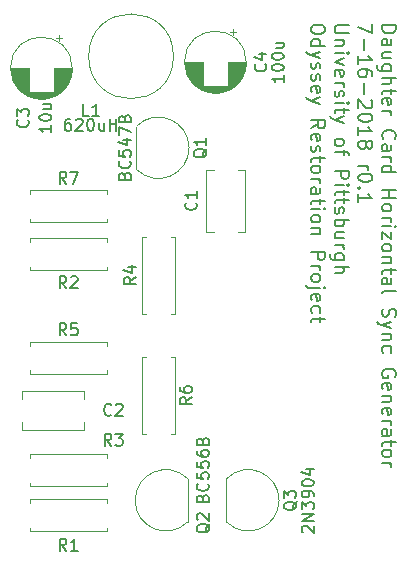
<source format=gbr>
G04 #@! TF.GenerationSoftware,KiCad,Pcbnew,(2017-12-21 revision 23d71cfa9)-makepkg*
G04 #@! TF.CreationDate,2018-07-16T19:44:21-04:00*
G04 #@! TF.ProjectId,OdysseyDaughterCardHorizSyncGenerator,4F647973736579446175676874657243,0.1*
G04 #@! TF.SameCoordinates,Original*
G04 #@! TF.FileFunction,Legend,Top*
G04 #@! TF.FilePolarity,Positive*
%FSLAX46Y46*%
G04 Gerber Fmt 4.6, Leading zero omitted, Abs format (unit mm)*
G04 Created by KiCad (PCBNEW (2017-12-21 revision 23d71cfa9)-makepkg) date 07/16/18 19:44:21*
%MOMM*%
%LPD*%
G01*
G04 APERTURE LIST*
%ADD10C,0.200000*%
%ADD11C,0.120000*%
%ADD12C,0.150000*%
G04 APERTURE END LIST*
D10*
X167512142Y-79155714D02*
X168712142Y-79155714D01*
X168712142Y-79441428D01*
X168655000Y-79612857D01*
X168540714Y-79727142D01*
X168426428Y-79784285D01*
X168197857Y-79841428D01*
X168026428Y-79841428D01*
X167797857Y-79784285D01*
X167683571Y-79727142D01*
X167569285Y-79612857D01*
X167512142Y-79441428D01*
X167512142Y-79155714D01*
X167512142Y-80870000D02*
X168140714Y-80870000D01*
X168255000Y-80812857D01*
X168312142Y-80698571D01*
X168312142Y-80470000D01*
X168255000Y-80355714D01*
X167569285Y-80870000D02*
X167512142Y-80755714D01*
X167512142Y-80470000D01*
X167569285Y-80355714D01*
X167683571Y-80298571D01*
X167797857Y-80298571D01*
X167912142Y-80355714D01*
X167969285Y-80470000D01*
X167969285Y-80755714D01*
X168026428Y-80870000D01*
X168312142Y-81955714D02*
X167512142Y-81955714D01*
X168312142Y-81441428D02*
X167683571Y-81441428D01*
X167569285Y-81498571D01*
X167512142Y-81612857D01*
X167512142Y-81784285D01*
X167569285Y-81898571D01*
X167626428Y-81955714D01*
X168312142Y-83041428D02*
X167340714Y-83041428D01*
X167226428Y-82984285D01*
X167169285Y-82927142D01*
X167112142Y-82812857D01*
X167112142Y-82641428D01*
X167169285Y-82527142D01*
X167569285Y-83041428D02*
X167512142Y-82927142D01*
X167512142Y-82698571D01*
X167569285Y-82584285D01*
X167626428Y-82527142D01*
X167740714Y-82470000D01*
X168083571Y-82470000D01*
X168197857Y-82527142D01*
X168255000Y-82584285D01*
X168312142Y-82698571D01*
X168312142Y-82927142D01*
X168255000Y-83041428D01*
X167512142Y-83612857D02*
X168712142Y-83612857D01*
X167512142Y-84127142D02*
X168140714Y-84127142D01*
X168255000Y-84070000D01*
X168312142Y-83955714D01*
X168312142Y-83784285D01*
X168255000Y-83670000D01*
X168197857Y-83612857D01*
X168312142Y-84527142D02*
X168312142Y-84984285D01*
X168712142Y-84698571D02*
X167683571Y-84698571D01*
X167569285Y-84755714D01*
X167512142Y-84870000D01*
X167512142Y-84984285D01*
X167569285Y-85841428D02*
X167512142Y-85727142D01*
X167512142Y-85498571D01*
X167569285Y-85384285D01*
X167683571Y-85327142D01*
X168140714Y-85327142D01*
X168255000Y-85384285D01*
X168312142Y-85498571D01*
X168312142Y-85727142D01*
X168255000Y-85841428D01*
X168140714Y-85898571D01*
X168026428Y-85898571D01*
X167912142Y-85327142D01*
X167512142Y-86412857D02*
X168312142Y-86412857D01*
X168083571Y-86412857D02*
X168197857Y-86470000D01*
X168255000Y-86527142D01*
X168312142Y-86641428D01*
X168312142Y-86755714D01*
X167626428Y-88755714D02*
X167569285Y-88698571D01*
X167512142Y-88527142D01*
X167512142Y-88412857D01*
X167569285Y-88241428D01*
X167683571Y-88127142D01*
X167797857Y-88070000D01*
X168026428Y-88012857D01*
X168197857Y-88012857D01*
X168426428Y-88070000D01*
X168540714Y-88127142D01*
X168655000Y-88241428D01*
X168712142Y-88412857D01*
X168712142Y-88527142D01*
X168655000Y-88698571D01*
X168597857Y-88755714D01*
X167512142Y-89784285D02*
X168140714Y-89784285D01*
X168255000Y-89727142D01*
X168312142Y-89612857D01*
X168312142Y-89384285D01*
X168255000Y-89270000D01*
X167569285Y-89784285D02*
X167512142Y-89670000D01*
X167512142Y-89384285D01*
X167569285Y-89270000D01*
X167683571Y-89212857D01*
X167797857Y-89212857D01*
X167912142Y-89270000D01*
X167969285Y-89384285D01*
X167969285Y-89670000D01*
X168026428Y-89784285D01*
X167512142Y-90355714D02*
X168312142Y-90355714D01*
X168083571Y-90355714D02*
X168197857Y-90412857D01*
X168255000Y-90470000D01*
X168312142Y-90584285D01*
X168312142Y-90698571D01*
X167512142Y-91612857D02*
X168712142Y-91612857D01*
X167569285Y-91612857D02*
X167512142Y-91498571D01*
X167512142Y-91270000D01*
X167569285Y-91155714D01*
X167626428Y-91098571D01*
X167740714Y-91041428D01*
X168083571Y-91041428D01*
X168197857Y-91098571D01*
X168255000Y-91155714D01*
X168312142Y-91270000D01*
X168312142Y-91498571D01*
X168255000Y-91612857D01*
X167512142Y-93098571D02*
X168712142Y-93098571D01*
X168140714Y-93098571D02*
X168140714Y-93784285D01*
X167512142Y-93784285D02*
X168712142Y-93784285D01*
X167512142Y-94527142D02*
X167569285Y-94412857D01*
X167626428Y-94355714D01*
X167740714Y-94298571D01*
X168083571Y-94298571D01*
X168197857Y-94355714D01*
X168255000Y-94412857D01*
X168312142Y-94527142D01*
X168312142Y-94698571D01*
X168255000Y-94812857D01*
X168197857Y-94870000D01*
X168083571Y-94927142D01*
X167740714Y-94927142D01*
X167626428Y-94870000D01*
X167569285Y-94812857D01*
X167512142Y-94698571D01*
X167512142Y-94527142D01*
X167512142Y-95441428D02*
X168312142Y-95441428D01*
X168083571Y-95441428D02*
X168197857Y-95498571D01*
X168255000Y-95555714D01*
X168312142Y-95670000D01*
X168312142Y-95784285D01*
X167512142Y-96184285D02*
X168312142Y-96184285D01*
X168712142Y-96184285D02*
X168655000Y-96127142D01*
X168597857Y-96184285D01*
X168655000Y-96241428D01*
X168712142Y-96184285D01*
X168597857Y-96184285D01*
X168312142Y-96641428D02*
X168312142Y-97270000D01*
X167512142Y-96641428D01*
X167512142Y-97270000D01*
X167512142Y-97898571D02*
X167569285Y-97784285D01*
X167626428Y-97727142D01*
X167740714Y-97670000D01*
X168083571Y-97670000D01*
X168197857Y-97727142D01*
X168255000Y-97784285D01*
X168312142Y-97898571D01*
X168312142Y-98070000D01*
X168255000Y-98184285D01*
X168197857Y-98241428D01*
X168083571Y-98298571D01*
X167740714Y-98298571D01*
X167626428Y-98241428D01*
X167569285Y-98184285D01*
X167512142Y-98070000D01*
X167512142Y-97898571D01*
X168312142Y-98812857D02*
X167512142Y-98812857D01*
X168197857Y-98812857D02*
X168255000Y-98870000D01*
X168312142Y-98984285D01*
X168312142Y-99155714D01*
X168255000Y-99270000D01*
X168140714Y-99327142D01*
X167512142Y-99327142D01*
X168312142Y-99727142D02*
X168312142Y-100184285D01*
X168712142Y-99898571D02*
X167683571Y-99898571D01*
X167569285Y-99955714D01*
X167512142Y-100070000D01*
X167512142Y-100184285D01*
X167512142Y-101098571D02*
X168140714Y-101098571D01*
X168255000Y-101041428D01*
X168312142Y-100927142D01*
X168312142Y-100698571D01*
X168255000Y-100584285D01*
X167569285Y-101098571D02*
X167512142Y-100984285D01*
X167512142Y-100698571D01*
X167569285Y-100584285D01*
X167683571Y-100527142D01*
X167797857Y-100527142D01*
X167912142Y-100584285D01*
X167969285Y-100698571D01*
X167969285Y-100984285D01*
X168026428Y-101098571D01*
X167512142Y-101841428D02*
X167569285Y-101727142D01*
X167683571Y-101670000D01*
X168712142Y-101670000D01*
X167569285Y-103155714D02*
X167512142Y-103327142D01*
X167512142Y-103612857D01*
X167569285Y-103727142D01*
X167626428Y-103784285D01*
X167740714Y-103841428D01*
X167855000Y-103841428D01*
X167969285Y-103784285D01*
X168026428Y-103727142D01*
X168083571Y-103612857D01*
X168140714Y-103384285D01*
X168197857Y-103270000D01*
X168255000Y-103212857D01*
X168369285Y-103155714D01*
X168483571Y-103155714D01*
X168597857Y-103212857D01*
X168655000Y-103270000D01*
X168712142Y-103384285D01*
X168712142Y-103670000D01*
X168655000Y-103841428D01*
X168312142Y-104241428D02*
X167512142Y-104527142D01*
X168312142Y-104812857D02*
X167512142Y-104527142D01*
X167226428Y-104412857D01*
X167169285Y-104355714D01*
X167112142Y-104241428D01*
X168312142Y-105270000D02*
X167512142Y-105270000D01*
X168197857Y-105270000D02*
X168255000Y-105327142D01*
X168312142Y-105441428D01*
X168312142Y-105612857D01*
X168255000Y-105727142D01*
X168140714Y-105784285D01*
X167512142Y-105784285D01*
X167569285Y-106870000D02*
X167512142Y-106755714D01*
X167512142Y-106527142D01*
X167569285Y-106412857D01*
X167626428Y-106355714D01*
X167740714Y-106298571D01*
X168083571Y-106298571D01*
X168197857Y-106355714D01*
X168255000Y-106412857D01*
X168312142Y-106527142D01*
X168312142Y-106755714D01*
X168255000Y-106870000D01*
X168655000Y-108927142D02*
X168712142Y-108812857D01*
X168712142Y-108641428D01*
X168655000Y-108470000D01*
X168540714Y-108355714D01*
X168426428Y-108298571D01*
X168197857Y-108241428D01*
X168026428Y-108241428D01*
X167797857Y-108298571D01*
X167683571Y-108355714D01*
X167569285Y-108470000D01*
X167512142Y-108641428D01*
X167512142Y-108755714D01*
X167569285Y-108927142D01*
X167626428Y-108984285D01*
X168026428Y-108984285D01*
X168026428Y-108755714D01*
X167569285Y-109955714D02*
X167512142Y-109841428D01*
X167512142Y-109612857D01*
X167569285Y-109498571D01*
X167683571Y-109441428D01*
X168140714Y-109441428D01*
X168255000Y-109498571D01*
X168312142Y-109612857D01*
X168312142Y-109841428D01*
X168255000Y-109955714D01*
X168140714Y-110012857D01*
X168026428Y-110012857D01*
X167912142Y-109441428D01*
X168312142Y-110527142D02*
X167512142Y-110527142D01*
X168197857Y-110527142D02*
X168255000Y-110584285D01*
X168312142Y-110698571D01*
X168312142Y-110870000D01*
X168255000Y-110984285D01*
X168140714Y-111041428D01*
X167512142Y-111041428D01*
X167569285Y-112070000D02*
X167512142Y-111955714D01*
X167512142Y-111727142D01*
X167569285Y-111612857D01*
X167683571Y-111555714D01*
X168140714Y-111555714D01*
X168255000Y-111612857D01*
X168312142Y-111727142D01*
X168312142Y-111955714D01*
X168255000Y-112070000D01*
X168140714Y-112127142D01*
X168026428Y-112127142D01*
X167912142Y-111555714D01*
X167512142Y-112641428D02*
X168312142Y-112641428D01*
X168083571Y-112641428D02*
X168197857Y-112698571D01*
X168255000Y-112755714D01*
X168312142Y-112870000D01*
X168312142Y-112984285D01*
X167512142Y-113898571D02*
X168140714Y-113898571D01*
X168255000Y-113841428D01*
X168312142Y-113727142D01*
X168312142Y-113498571D01*
X168255000Y-113384285D01*
X167569285Y-113898571D02*
X167512142Y-113784285D01*
X167512142Y-113498571D01*
X167569285Y-113384285D01*
X167683571Y-113327142D01*
X167797857Y-113327142D01*
X167912142Y-113384285D01*
X167969285Y-113498571D01*
X167969285Y-113784285D01*
X168026428Y-113898571D01*
X168312142Y-114298571D02*
X168312142Y-114755714D01*
X168712142Y-114470000D02*
X167683571Y-114470000D01*
X167569285Y-114527142D01*
X167512142Y-114641428D01*
X167512142Y-114755714D01*
X167512142Y-115327142D02*
X167569285Y-115212857D01*
X167626428Y-115155714D01*
X167740714Y-115098571D01*
X168083571Y-115098571D01*
X168197857Y-115155714D01*
X168255000Y-115212857D01*
X168312142Y-115327142D01*
X168312142Y-115498571D01*
X168255000Y-115612857D01*
X168197857Y-115670000D01*
X168083571Y-115727142D01*
X167740714Y-115727142D01*
X167626428Y-115670000D01*
X167569285Y-115612857D01*
X167512142Y-115498571D01*
X167512142Y-115327142D01*
X167512142Y-116241428D02*
X168312142Y-116241428D01*
X168083571Y-116241428D02*
X168197857Y-116298571D01*
X168255000Y-116355714D01*
X168312142Y-116470000D01*
X168312142Y-116584285D01*
X166712142Y-79041428D02*
X166712142Y-79841428D01*
X165512142Y-79327142D01*
X165969285Y-80298571D02*
X165969285Y-81212857D01*
X165512142Y-82412857D02*
X165512142Y-81727142D01*
X165512142Y-82070000D02*
X166712142Y-82070000D01*
X166540714Y-81955714D01*
X166426428Y-81841428D01*
X166369285Y-81727142D01*
X166712142Y-83441428D02*
X166712142Y-83212857D01*
X166655000Y-83098571D01*
X166597857Y-83041428D01*
X166426428Y-82927142D01*
X166197857Y-82870000D01*
X165740714Y-82870000D01*
X165626428Y-82927142D01*
X165569285Y-82984285D01*
X165512142Y-83098571D01*
X165512142Y-83327142D01*
X165569285Y-83441428D01*
X165626428Y-83498571D01*
X165740714Y-83555714D01*
X166026428Y-83555714D01*
X166140714Y-83498571D01*
X166197857Y-83441428D01*
X166255000Y-83327142D01*
X166255000Y-83098571D01*
X166197857Y-82984285D01*
X166140714Y-82927142D01*
X166026428Y-82870000D01*
X165969285Y-84070000D02*
X165969285Y-84984285D01*
X166597857Y-85498571D02*
X166655000Y-85555714D01*
X166712142Y-85670000D01*
X166712142Y-85955714D01*
X166655000Y-86070000D01*
X166597857Y-86127142D01*
X166483571Y-86184285D01*
X166369285Y-86184285D01*
X166197857Y-86127142D01*
X165512142Y-85441428D01*
X165512142Y-86184285D01*
X166712142Y-86927142D02*
X166712142Y-87041428D01*
X166655000Y-87155714D01*
X166597857Y-87212857D01*
X166483571Y-87270000D01*
X166255000Y-87327142D01*
X165969285Y-87327142D01*
X165740714Y-87270000D01*
X165626428Y-87212857D01*
X165569285Y-87155714D01*
X165512142Y-87041428D01*
X165512142Y-86927142D01*
X165569285Y-86812857D01*
X165626428Y-86755714D01*
X165740714Y-86698571D01*
X165969285Y-86641428D01*
X166255000Y-86641428D01*
X166483571Y-86698571D01*
X166597857Y-86755714D01*
X166655000Y-86812857D01*
X166712142Y-86927142D01*
X165512142Y-88470000D02*
X165512142Y-87784285D01*
X165512142Y-88127142D02*
X166712142Y-88127142D01*
X166540714Y-88012857D01*
X166426428Y-87898571D01*
X166369285Y-87784285D01*
X166197857Y-89155714D02*
X166255000Y-89041428D01*
X166312142Y-88984285D01*
X166426428Y-88927142D01*
X166483571Y-88927142D01*
X166597857Y-88984285D01*
X166655000Y-89041428D01*
X166712142Y-89155714D01*
X166712142Y-89384285D01*
X166655000Y-89498571D01*
X166597857Y-89555714D01*
X166483571Y-89612857D01*
X166426428Y-89612857D01*
X166312142Y-89555714D01*
X166255000Y-89498571D01*
X166197857Y-89384285D01*
X166197857Y-89155714D01*
X166140714Y-89041428D01*
X166083571Y-88984285D01*
X165969285Y-88927142D01*
X165740714Y-88927142D01*
X165626428Y-88984285D01*
X165569285Y-89041428D01*
X165512142Y-89155714D01*
X165512142Y-89384285D01*
X165569285Y-89498571D01*
X165626428Y-89555714D01*
X165740714Y-89612857D01*
X165969285Y-89612857D01*
X166083571Y-89555714D01*
X166140714Y-89498571D01*
X166197857Y-89384285D01*
X165512142Y-91041428D02*
X166312142Y-91041428D01*
X166083571Y-91041428D02*
X166197857Y-91098571D01*
X166255000Y-91155714D01*
X166312142Y-91270000D01*
X166312142Y-91384285D01*
X166712142Y-92012857D02*
X166712142Y-92127142D01*
X166655000Y-92241428D01*
X166597857Y-92298571D01*
X166483571Y-92355714D01*
X166255000Y-92412857D01*
X165969285Y-92412857D01*
X165740714Y-92355714D01*
X165626428Y-92298571D01*
X165569285Y-92241428D01*
X165512142Y-92127142D01*
X165512142Y-92012857D01*
X165569285Y-91898571D01*
X165626428Y-91841428D01*
X165740714Y-91784285D01*
X165969285Y-91727142D01*
X166255000Y-91727142D01*
X166483571Y-91784285D01*
X166597857Y-91841428D01*
X166655000Y-91898571D01*
X166712142Y-92012857D01*
X165626428Y-92927142D02*
X165569285Y-92984285D01*
X165512142Y-92927142D01*
X165569285Y-92870000D01*
X165626428Y-92927142D01*
X165512142Y-92927142D01*
X165512142Y-94127142D02*
X165512142Y-93441428D01*
X165512142Y-93784285D02*
X166712142Y-93784285D01*
X166540714Y-93670000D01*
X166426428Y-93555714D01*
X166369285Y-93441428D01*
X164712142Y-79155714D02*
X163740714Y-79155714D01*
X163626428Y-79212857D01*
X163569285Y-79270000D01*
X163512142Y-79384285D01*
X163512142Y-79612857D01*
X163569285Y-79727142D01*
X163626428Y-79784285D01*
X163740714Y-79841428D01*
X164712142Y-79841428D01*
X164312142Y-80412857D02*
X163512142Y-80412857D01*
X164197857Y-80412857D02*
X164255000Y-80470000D01*
X164312142Y-80584285D01*
X164312142Y-80755714D01*
X164255000Y-80870000D01*
X164140714Y-80927142D01*
X163512142Y-80927142D01*
X163512142Y-81498571D02*
X164312142Y-81498571D01*
X164712142Y-81498571D02*
X164655000Y-81441428D01*
X164597857Y-81498571D01*
X164655000Y-81555714D01*
X164712142Y-81498571D01*
X164597857Y-81498571D01*
X164312142Y-81955714D02*
X163512142Y-82241428D01*
X164312142Y-82527142D01*
X163569285Y-83441428D02*
X163512142Y-83327142D01*
X163512142Y-83098571D01*
X163569285Y-82984285D01*
X163683571Y-82927142D01*
X164140714Y-82927142D01*
X164255000Y-82984285D01*
X164312142Y-83098571D01*
X164312142Y-83327142D01*
X164255000Y-83441428D01*
X164140714Y-83498571D01*
X164026428Y-83498571D01*
X163912142Y-82927142D01*
X163512142Y-84012857D02*
X164312142Y-84012857D01*
X164083571Y-84012857D02*
X164197857Y-84070000D01*
X164255000Y-84127142D01*
X164312142Y-84241428D01*
X164312142Y-84355714D01*
X163569285Y-84698571D02*
X163512142Y-84812857D01*
X163512142Y-85041428D01*
X163569285Y-85155714D01*
X163683571Y-85212857D01*
X163740714Y-85212857D01*
X163855000Y-85155714D01*
X163912142Y-85041428D01*
X163912142Y-84870000D01*
X163969285Y-84755714D01*
X164083571Y-84698571D01*
X164140714Y-84698571D01*
X164255000Y-84755714D01*
X164312142Y-84870000D01*
X164312142Y-85041428D01*
X164255000Y-85155714D01*
X163512142Y-85727142D02*
X164312142Y-85727142D01*
X164712142Y-85727142D02*
X164655000Y-85670000D01*
X164597857Y-85727142D01*
X164655000Y-85784285D01*
X164712142Y-85727142D01*
X164597857Y-85727142D01*
X164312142Y-86127142D02*
X164312142Y-86584285D01*
X164712142Y-86298571D02*
X163683571Y-86298571D01*
X163569285Y-86355714D01*
X163512142Y-86470000D01*
X163512142Y-86584285D01*
X164312142Y-86870000D02*
X163512142Y-87155714D01*
X164312142Y-87441428D02*
X163512142Y-87155714D01*
X163226428Y-87041428D01*
X163169285Y-86984285D01*
X163112142Y-86870000D01*
X163512142Y-88984285D02*
X163569285Y-88870000D01*
X163626428Y-88812857D01*
X163740714Y-88755714D01*
X164083571Y-88755714D01*
X164197857Y-88812857D01*
X164255000Y-88870000D01*
X164312142Y-88984285D01*
X164312142Y-89155714D01*
X164255000Y-89270000D01*
X164197857Y-89327142D01*
X164083571Y-89384285D01*
X163740714Y-89384285D01*
X163626428Y-89327142D01*
X163569285Y-89270000D01*
X163512142Y-89155714D01*
X163512142Y-88984285D01*
X164312142Y-89727142D02*
X164312142Y-90184285D01*
X163512142Y-89898571D02*
X164540714Y-89898571D01*
X164655000Y-89955714D01*
X164712142Y-90070000D01*
X164712142Y-90184285D01*
X163512142Y-91498571D02*
X164712142Y-91498571D01*
X164712142Y-91955714D01*
X164655000Y-92070000D01*
X164597857Y-92127142D01*
X164483571Y-92184285D01*
X164312142Y-92184285D01*
X164197857Y-92127142D01*
X164140714Y-92070000D01*
X164083571Y-91955714D01*
X164083571Y-91498571D01*
X163512142Y-92698571D02*
X164312142Y-92698571D01*
X164712142Y-92698571D02*
X164655000Y-92641428D01*
X164597857Y-92698571D01*
X164655000Y-92755714D01*
X164712142Y-92698571D01*
X164597857Y-92698571D01*
X164312142Y-93098571D02*
X164312142Y-93555714D01*
X164712142Y-93270000D02*
X163683571Y-93270000D01*
X163569285Y-93327142D01*
X163512142Y-93441428D01*
X163512142Y-93555714D01*
X164312142Y-93784285D02*
X164312142Y-94241428D01*
X164712142Y-93955714D02*
X163683571Y-93955714D01*
X163569285Y-94012857D01*
X163512142Y-94127142D01*
X163512142Y-94241428D01*
X163569285Y-94584285D02*
X163512142Y-94698571D01*
X163512142Y-94927142D01*
X163569285Y-95041428D01*
X163683571Y-95098571D01*
X163740714Y-95098571D01*
X163855000Y-95041428D01*
X163912142Y-94927142D01*
X163912142Y-94755714D01*
X163969285Y-94641428D01*
X164083571Y-94584285D01*
X164140714Y-94584285D01*
X164255000Y-94641428D01*
X164312142Y-94755714D01*
X164312142Y-94927142D01*
X164255000Y-95041428D01*
X163512142Y-95612857D02*
X164712142Y-95612857D01*
X164255000Y-95612857D02*
X164312142Y-95727142D01*
X164312142Y-95955714D01*
X164255000Y-96070000D01*
X164197857Y-96127142D01*
X164083571Y-96184285D01*
X163740714Y-96184285D01*
X163626428Y-96127142D01*
X163569285Y-96070000D01*
X163512142Y-95955714D01*
X163512142Y-95727142D01*
X163569285Y-95612857D01*
X164312142Y-97212857D02*
X163512142Y-97212857D01*
X164312142Y-96698571D02*
X163683571Y-96698571D01*
X163569285Y-96755714D01*
X163512142Y-96870000D01*
X163512142Y-97041428D01*
X163569285Y-97155714D01*
X163626428Y-97212857D01*
X163512142Y-97784285D02*
X164312142Y-97784285D01*
X164083571Y-97784285D02*
X164197857Y-97841428D01*
X164255000Y-97898571D01*
X164312142Y-98012857D01*
X164312142Y-98127142D01*
X164312142Y-99041428D02*
X163340714Y-99041428D01*
X163226428Y-98984285D01*
X163169285Y-98927142D01*
X163112142Y-98812857D01*
X163112142Y-98641428D01*
X163169285Y-98527142D01*
X163569285Y-99041428D02*
X163512142Y-98927142D01*
X163512142Y-98698571D01*
X163569285Y-98584285D01*
X163626428Y-98527142D01*
X163740714Y-98470000D01*
X164083571Y-98470000D01*
X164197857Y-98527142D01*
X164255000Y-98584285D01*
X164312142Y-98698571D01*
X164312142Y-98927142D01*
X164255000Y-99041428D01*
X163512142Y-99612857D02*
X164712142Y-99612857D01*
X163512142Y-100127142D02*
X164140714Y-100127142D01*
X164255000Y-100070000D01*
X164312142Y-99955714D01*
X164312142Y-99784285D01*
X164255000Y-99670000D01*
X164197857Y-99612857D01*
X162712142Y-79384285D02*
X162712142Y-79612857D01*
X162655000Y-79727142D01*
X162540714Y-79841428D01*
X162312142Y-79898571D01*
X161912142Y-79898571D01*
X161683571Y-79841428D01*
X161569285Y-79727142D01*
X161512142Y-79612857D01*
X161512142Y-79384285D01*
X161569285Y-79270000D01*
X161683571Y-79155714D01*
X161912142Y-79098571D01*
X162312142Y-79098571D01*
X162540714Y-79155714D01*
X162655000Y-79270000D01*
X162712142Y-79384285D01*
X161512142Y-80927142D02*
X162712142Y-80927142D01*
X161569285Y-80927142D02*
X161512142Y-80812857D01*
X161512142Y-80584285D01*
X161569285Y-80470000D01*
X161626428Y-80412857D01*
X161740714Y-80355714D01*
X162083571Y-80355714D01*
X162197857Y-80412857D01*
X162255000Y-80470000D01*
X162312142Y-80584285D01*
X162312142Y-80812857D01*
X162255000Y-80927142D01*
X162312142Y-81384285D02*
X161512142Y-81670000D01*
X162312142Y-81955714D02*
X161512142Y-81670000D01*
X161226428Y-81555714D01*
X161169285Y-81498571D01*
X161112142Y-81384285D01*
X161569285Y-82355714D02*
X161512142Y-82470000D01*
X161512142Y-82698571D01*
X161569285Y-82812857D01*
X161683571Y-82870000D01*
X161740714Y-82870000D01*
X161855000Y-82812857D01*
X161912142Y-82698571D01*
X161912142Y-82527142D01*
X161969285Y-82412857D01*
X162083571Y-82355714D01*
X162140714Y-82355714D01*
X162255000Y-82412857D01*
X162312142Y-82527142D01*
X162312142Y-82698571D01*
X162255000Y-82812857D01*
X161569285Y-83327142D02*
X161512142Y-83441428D01*
X161512142Y-83670000D01*
X161569285Y-83784285D01*
X161683571Y-83841428D01*
X161740714Y-83841428D01*
X161855000Y-83784285D01*
X161912142Y-83670000D01*
X161912142Y-83498571D01*
X161969285Y-83384285D01*
X162083571Y-83327142D01*
X162140714Y-83327142D01*
X162255000Y-83384285D01*
X162312142Y-83498571D01*
X162312142Y-83670000D01*
X162255000Y-83784285D01*
X161569285Y-84812857D02*
X161512142Y-84698571D01*
X161512142Y-84470000D01*
X161569285Y-84355714D01*
X161683571Y-84298571D01*
X162140714Y-84298571D01*
X162255000Y-84355714D01*
X162312142Y-84470000D01*
X162312142Y-84698571D01*
X162255000Y-84812857D01*
X162140714Y-84870000D01*
X162026428Y-84870000D01*
X161912142Y-84298571D01*
X162312142Y-85270000D02*
X161512142Y-85555714D01*
X162312142Y-85841428D02*
X161512142Y-85555714D01*
X161226428Y-85441428D01*
X161169285Y-85384285D01*
X161112142Y-85270000D01*
X161512142Y-87898571D02*
X162083571Y-87498571D01*
X161512142Y-87212857D02*
X162712142Y-87212857D01*
X162712142Y-87670000D01*
X162655000Y-87784285D01*
X162597857Y-87841428D01*
X162483571Y-87898571D01*
X162312142Y-87898571D01*
X162197857Y-87841428D01*
X162140714Y-87784285D01*
X162083571Y-87670000D01*
X162083571Y-87212857D01*
X161569285Y-88870000D02*
X161512142Y-88755714D01*
X161512142Y-88527142D01*
X161569285Y-88412857D01*
X161683571Y-88355714D01*
X162140714Y-88355714D01*
X162255000Y-88412857D01*
X162312142Y-88527142D01*
X162312142Y-88755714D01*
X162255000Y-88870000D01*
X162140714Y-88927142D01*
X162026428Y-88927142D01*
X161912142Y-88355714D01*
X161569285Y-89384285D02*
X161512142Y-89498571D01*
X161512142Y-89727142D01*
X161569285Y-89841428D01*
X161683571Y-89898571D01*
X161740714Y-89898571D01*
X161855000Y-89841428D01*
X161912142Y-89727142D01*
X161912142Y-89555714D01*
X161969285Y-89441428D01*
X162083571Y-89384285D01*
X162140714Y-89384285D01*
X162255000Y-89441428D01*
X162312142Y-89555714D01*
X162312142Y-89727142D01*
X162255000Y-89841428D01*
X162312142Y-90241428D02*
X162312142Y-90698571D01*
X162712142Y-90412857D02*
X161683571Y-90412857D01*
X161569285Y-90470000D01*
X161512142Y-90584285D01*
X161512142Y-90698571D01*
X161512142Y-91270000D02*
X161569285Y-91155714D01*
X161626428Y-91098571D01*
X161740714Y-91041428D01*
X162083571Y-91041428D01*
X162197857Y-91098571D01*
X162255000Y-91155714D01*
X162312142Y-91270000D01*
X162312142Y-91441428D01*
X162255000Y-91555714D01*
X162197857Y-91612857D01*
X162083571Y-91670000D01*
X161740714Y-91670000D01*
X161626428Y-91612857D01*
X161569285Y-91555714D01*
X161512142Y-91441428D01*
X161512142Y-91270000D01*
X161512142Y-92184285D02*
X162312142Y-92184285D01*
X162083571Y-92184285D02*
X162197857Y-92241428D01*
X162255000Y-92298571D01*
X162312142Y-92412857D01*
X162312142Y-92527142D01*
X161512142Y-93441428D02*
X162140714Y-93441428D01*
X162255000Y-93384285D01*
X162312142Y-93270000D01*
X162312142Y-93041428D01*
X162255000Y-92927142D01*
X161569285Y-93441428D02*
X161512142Y-93327142D01*
X161512142Y-93041428D01*
X161569285Y-92927142D01*
X161683571Y-92870000D01*
X161797857Y-92870000D01*
X161912142Y-92927142D01*
X161969285Y-93041428D01*
X161969285Y-93327142D01*
X162026428Y-93441428D01*
X162312142Y-93841428D02*
X162312142Y-94298571D01*
X162712142Y-94012857D02*
X161683571Y-94012857D01*
X161569285Y-94070000D01*
X161512142Y-94184285D01*
X161512142Y-94298571D01*
X161512142Y-94698571D02*
X162312142Y-94698571D01*
X162712142Y-94698571D02*
X162655000Y-94641428D01*
X162597857Y-94698571D01*
X162655000Y-94755714D01*
X162712142Y-94698571D01*
X162597857Y-94698571D01*
X161512142Y-95441428D02*
X161569285Y-95327142D01*
X161626428Y-95270000D01*
X161740714Y-95212857D01*
X162083571Y-95212857D01*
X162197857Y-95270000D01*
X162255000Y-95327142D01*
X162312142Y-95441428D01*
X162312142Y-95612857D01*
X162255000Y-95727142D01*
X162197857Y-95784285D01*
X162083571Y-95841428D01*
X161740714Y-95841428D01*
X161626428Y-95784285D01*
X161569285Y-95727142D01*
X161512142Y-95612857D01*
X161512142Y-95441428D01*
X162312142Y-96355714D02*
X161512142Y-96355714D01*
X162197857Y-96355714D02*
X162255000Y-96412857D01*
X162312142Y-96527142D01*
X162312142Y-96698571D01*
X162255000Y-96812857D01*
X162140714Y-96870000D01*
X161512142Y-96870000D01*
X161512142Y-98355714D02*
X162712142Y-98355714D01*
X162712142Y-98812857D01*
X162655000Y-98927142D01*
X162597857Y-98984285D01*
X162483571Y-99041428D01*
X162312142Y-99041428D01*
X162197857Y-98984285D01*
X162140714Y-98927142D01*
X162083571Y-98812857D01*
X162083571Y-98355714D01*
X161512142Y-99555714D02*
X162312142Y-99555714D01*
X162083571Y-99555714D02*
X162197857Y-99612857D01*
X162255000Y-99670000D01*
X162312142Y-99784285D01*
X162312142Y-99898571D01*
X161512142Y-100470000D02*
X161569285Y-100355714D01*
X161626428Y-100298571D01*
X161740714Y-100241428D01*
X162083571Y-100241428D01*
X162197857Y-100298571D01*
X162255000Y-100355714D01*
X162312142Y-100470000D01*
X162312142Y-100641428D01*
X162255000Y-100755714D01*
X162197857Y-100812857D01*
X162083571Y-100870000D01*
X161740714Y-100870000D01*
X161626428Y-100812857D01*
X161569285Y-100755714D01*
X161512142Y-100641428D01*
X161512142Y-100470000D01*
X162312142Y-101384285D02*
X161283571Y-101384285D01*
X161169285Y-101327142D01*
X161112142Y-101212857D01*
X161112142Y-101155714D01*
X162712142Y-101384285D02*
X162655000Y-101327142D01*
X162597857Y-101384285D01*
X162655000Y-101441428D01*
X162712142Y-101384285D01*
X162597857Y-101384285D01*
X161569285Y-102412857D02*
X161512142Y-102298571D01*
X161512142Y-102070000D01*
X161569285Y-101955714D01*
X161683571Y-101898571D01*
X162140714Y-101898571D01*
X162255000Y-101955714D01*
X162312142Y-102070000D01*
X162312142Y-102298571D01*
X162255000Y-102412857D01*
X162140714Y-102470000D01*
X162026428Y-102470000D01*
X161912142Y-101898571D01*
X161569285Y-103498571D02*
X161512142Y-103384285D01*
X161512142Y-103155714D01*
X161569285Y-103041428D01*
X161626428Y-102984285D01*
X161740714Y-102927142D01*
X162083571Y-102927142D01*
X162197857Y-102984285D01*
X162255000Y-103041428D01*
X162312142Y-103155714D01*
X162312142Y-103384285D01*
X162255000Y-103498571D01*
X162312142Y-103841428D02*
X162312142Y-104298571D01*
X162712142Y-104012857D02*
X161683571Y-104012857D01*
X161569285Y-104070000D01*
X161512142Y-104184285D01*
X161512142Y-104298571D01*
D11*
X152645000Y-96630000D02*
X152645000Y-91410000D01*
X155965000Y-96630000D02*
X155965000Y-91410000D01*
X152645000Y-96630000D02*
X153309000Y-96630000D01*
X155301000Y-96630000D02*
X155965000Y-96630000D01*
X152645000Y-91410000D02*
X153309000Y-91410000D01*
X155301000Y-91410000D02*
X155965000Y-91410000D01*
X142270000Y-112756000D02*
X142270000Y-113420000D01*
X142270000Y-110100000D02*
X142270000Y-110764000D01*
X137050000Y-112756000D02*
X137050000Y-113420000D01*
X137050000Y-110100000D02*
X137050000Y-110764000D01*
X137050000Y-113420000D02*
X142270000Y-113420000D01*
X137050000Y-110100000D02*
X142270000Y-110100000D01*
X141304000Y-82788000D02*
G75*
G03X141304000Y-82788000I-2620000J0D01*
G01*
X137644000Y-82788000D02*
X136104000Y-82788000D01*
X141264000Y-82788000D02*
X139724000Y-82788000D01*
X137644000Y-82828000D02*
X136104000Y-82828000D01*
X141264000Y-82828000D02*
X139724000Y-82828000D01*
X141263000Y-82868000D02*
X139724000Y-82868000D01*
X137644000Y-82868000D02*
X136105000Y-82868000D01*
X141262000Y-82908000D02*
X139724000Y-82908000D01*
X137644000Y-82908000D02*
X136106000Y-82908000D01*
X141260000Y-82948000D02*
X139724000Y-82948000D01*
X137644000Y-82948000D02*
X136108000Y-82948000D01*
X141257000Y-82988000D02*
X139724000Y-82988000D01*
X137644000Y-82988000D02*
X136111000Y-82988000D01*
X141253000Y-83028000D02*
X139724000Y-83028000D01*
X137644000Y-83028000D02*
X136115000Y-83028000D01*
X141249000Y-83068000D02*
X139724000Y-83068000D01*
X137644000Y-83068000D02*
X136119000Y-83068000D01*
X141245000Y-83108000D02*
X139724000Y-83108000D01*
X137644000Y-83108000D02*
X136123000Y-83108000D01*
X141240000Y-83148000D02*
X139724000Y-83148000D01*
X137644000Y-83148000D02*
X136128000Y-83148000D01*
X141234000Y-83188000D02*
X139724000Y-83188000D01*
X137644000Y-83188000D02*
X136134000Y-83188000D01*
X141227000Y-83228000D02*
X139724000Y-83228000D01*
X137644000Y-83228000D02*
X136141000Y-83228000D01*
X141220000Y-83268000D02*
X139724000Y-83268000D01*
X137644000Y-83268000D02*
X136148000Y-83268000D01*
X141212000Y-83308000D02*
X139724000Y-83308000D01*
X137644000Y-83308000D02*
X136156000Y-83308000D01*
X141204000Y-83348000D02*
X139724000Y-83348000D01*
X137644000Y-83348000D02*
X136164000Y-83348000D01*
X141195000Y-83388000D02*
X139724000Y-83388000D01*
X137644000Y-83388000D02*
X136173000Y-83388000D01*
X141185000Y-83428000D02*
X139724000Y-83428000D01*
X137644000Y-83428000D02*
X136183000Y-83428000D01*
X141175000Y-83468000D02*
X139724000Y-83468000D01*
X137644000Y-83468000D02*
X136193000Y-83468000D01*
X141164000Y-83509000D02*
X139724000Y-83509000D01*
X137644000Y-83509000D02*
X136204000Y-83509000D01*
X141152000Y-83549000D02*
X139724000Y-83549000D01*
X137644000Y-83549000D02*
X136216000Y-83549000D01*
X141139000Y-83589000D02*
X139724000Y-83589000D01*
X137644000Y-83589000D02*
X136229000Y-83589000D01*
X141126000Y-83629000D02*
X139724000Y-83629000D01*
X137644000Y-83629000D02*
X136242000Y-83629000D01*
X141112000Y-83669000D02*
X139724000Y-83669000D01*
X137644000Y-83669000D02*
X136256000Y-83669000D01*
X141098000Y-83709000D02*
X139724000Y-83709000D01*
X137644000Y-83709000D02*
X136270000Y-83709000D01*
X141082000Y-83749000D02*
X139724000Y-83749000D01*
X137644000Y-83749000D02*
X136286000Y-83749000D01*
X141066000Y-83789000D02*
X139724000Y-83789000D01*
X137644000Y-83789000D02*
X136302000Y-83789000D01*
X141049000Y-83829000D02*
X139724000Y-83829000D01*
X137644000Y-83829000D02*
X136319000Y-83829000D01*
X141032000Y-83869000D02*
X139724000Y-83869000D01*
X137644000Y-83869000D02*
X136336000Y-83869000D01*
X141013000Y-83909000D02*
X139724000Y-83909000D01*
X137644000Y-83909000D02*
X136355000Y-83909000D01*
X140994000Y-83949000D02*
X139724000Y-83949000D01*
X137644000Y-83949000D02*
X136374000Y-83949000D01*
X140974000Y-83989000D02*
X139724000Y-83989000D01*
X137644000Y-83989000D02*
X136394000Y-83989000D01*
X140952000Y-84029000D02*
X139724000Y-84029000D01*
X137644000Y-84029000D02*
X136416000Y-84029000D01*
X140931000Y-84069000D02*
X139724000Y-84069000D01*
X137644000Y-84069000D02*
X136437000Y-84069000D01*
X140908000Y-84109000D02*
X139724000Y-84109000D01*
X137644000Y-84109000D02*
X136460000Y-84109000D01*
X140884000Y-84149000D02*
X139724000Y-84149000D01*
X137644000Y-84149000D02*
X136484000Y-84149000D01*
X140859000Y-84189000D02*
X139724000Y-84189000D01*
X137644000Y-84189000D02*
X136509000Y-84189000D01*
X140833000Y-84229000D02*
X139724000Y-84229000D01*
X137644000Y-84229000D02*
X136535000Y-84229000D01*
X140806000Y-84269000D02*
X139724000Y-84269000D01*
X137644000Y-84269000D02*
X136562000Y-84269000D01*
X140779000Y-84309000D02*
X139724000Y-84309000D01*
X137644000Y-84309000D02*
X136589000Y-84309000D01*
X140749000Y-84349000D02*
X139724000Y-84349000D01*
X137644000Y-84349000D02*
X136619000Y-84349000D01*
X140719000Y-84389000D02*
X139724000Y-84389000D01*
X137644000Y-84389000D02*
X136649000Y-84389000D01*
X140688000Y-84429000D02*
X139724000Y-84429000D01*
X137644000Y-84429000D02*
X136680000Y-84429000D01*
X140655000Y-84469000D02*
X139724000Y-84469000D01*
X137644000Y-84469000D02*
X136713000Y-84469000D01*
X140621000Y-84509000D02*
X139724000Y-84509000D01*
X137644000Y-84509000D02*
X136747000Y-84509000D01*
X140585000Y-84549000D02*
X139724000Y-84549000D01*
X137644000Y-84549000D02*
X136783000Y-84549000D01*
X140548000Y-84589000D02*
X139724000Y-84589000D01*
X137644000Y-84589000D02*
X136820000Y-84589000D01*
X140510000Y-84629000D02*
X139724000Y-84629000D01*
X137644000Y-84629000D02*
X136858000Y-84629000D01*
X140469000Y-84669000D02*
X139724000Y-84669000D01*
X137644000Y-84669000D02*
X136899000Y-84669000D01*
X140427000Y-84709000D02*
X139724000Y-84709000D01*
X137644000Y-84709000D02*
X136941000Y-84709000D01*
X140383000Y-84749000D02*
X139724000Y-84749000D01*
X137644000Y-84749000D02*
X136985000Y-84749000D01*
X140337000Y-84789000D02*
X139724000Y-84789000D01*
X137644000Y-84789000D02*
X137031000Y-84789000D01*
X140289000Y-84829000D02*
X137079000Y-84829000D01*
X140238000Y-84869000D02*
X137130000Y-84869000D01*
X140184000Y-84909000D02*
X137184000Y-84909000D01*
X140127000Y-84949000D02*
X137241000Y-84949000D01*
X140067000Y-84989000D02*
X137301000Y-84989000D01*
X140003000Y-85029000D02*
X137365000Y-85029000D01*
X139935000Y-85069000D02*
X137433000Y-85069000D01*
X139862000Y-85109000D02*
X137506000Y-85109000D01*
X139782000Y-85149000D02*
X137586000Y-85149000D01*
X139695000Y-85189000D02*
X137673000Y-85189000D01*
X139599000Y-85229000D02*
X137769000Y-85229000D01*
X139489000Y-85269000D02*
X137879000Y-85269000D01*
X139361000Y-85309000D02*
X138007000Y-85309000D01*
X139202000Y-85349000D02*
X138166000Y-85349000D01*
X138968000Y-85389000D02*
X138400000Y-85389000D01*
X140159000Y-79983225D02*
X140159000Y-80483225D01*
X140409000Y-80233225D02*
X139909000Y-80233225D01*
X155141000Y-79725225D02*
X154641000Y-79725225D01*
X154891000Y-79475225D02*
X154891000Y-79975225D01*
X153700000Y-84881000D02*
X153132000Y-84881000D01*
X153934000Y-84841000D02*
X152898000Y-84841000D01*
X154093000Y-84801000D02*
X152739000Y-84801000D01*
X154221000Y-84761000D02*
X152611000Y-84761000D01*
X154331000Y-84721000D02*
X152501000Y-84721000D01*
X154427000Y-84681000D02*
X152405000Y-84681000D01*
X154514000Y-84641000D02*
X152318000Y-84641000D01*
X154594000Y-84601000D02*
X152238000Y-84601000D01*
X154667000Y-84561000D02*
X152165000Y-84561000D01*
X154735000Y-84521000D02*
X152097000Y-84521000D01*
X154799000Y-84481000D02*
X152033000Y-84481000D01*
X154859000Y-84441000D02*
X151973000Y-84441000D01*
X154916000Y-84401000D02*
X151916000Y-84401000D01*
X154970000Y-84361000D02*
X151862000Y-84361000D01*
X155021000Y-84321000D02*
X151811000Y-84321000D01*
X152376000Y-84281000D02*
X151763000Y-84281000D01*
X155069000Y-84281000D02*
X154456000Y-84281000D01*
X152376000Y-84241000D02*
X151717000Y-84241000D01*
X155115000Y-84241000D02*
X154456000Y-84241000D01*
X152376000Y-84201000D02*
X151673000Y-84201000D01*
X155159000Y-84201000D02*
X154456000Y-84201000D01*
X152376000Y-84161000D02*
X151631000Y-84161000D01*
X155201000Y-84161000D02*
X154456000Y-84161000D01*
X152376000Y-84121000D02*
X151590000Y-84121000D01*
X155242000Y-84121000D02*
X154456000Y-84121000D01*
X152376000Y-84081000D02*
X151552000Y-84081000D01*
X155280000Y-84081000D02*
X154456000Y-84081000D01*
X152376000Y-84041000D02*
X151515000Y-84041000D01*
X155317000Y-84041000D02*
X154456000Y-84041000D01*
X152376000Y-84001000D02*
X151479000Y-84001000D01*
X155353000Y-84001000D02*
X154456000Y-84001000D01*
X152376000Y-83961000D02*
X151445000Y-83961000D01*
X155387000Y-83961000D02*
X154456000Y-83961000D01*
X152376000Y-83921000D02*
X151412000Y-83921000D01*
X155420000Y-83921000D02*
X154456000Y-83921000D01*
X152376000Y-83881000D02*
X151381000Y-83881000D01*
X155451000Y-83881000D02*
X154456000Y-83881000D01*
X152376000Y-83841000D02*
X151351000Y-83841000D01*
X155481000Y-83841000D02*
X154456000Y-83841000D01*
X152376000Y-83801000D02*
X151321000Y-83801000D01*
X155511000Y-83801000D02*
X154456000Y-83801000D01*
X152376000Y-83761000D02*
X151294000Y-83761000D01*
X155538000Y-83761000D02*
X154456000Y-83761000D01*
X152376000Y-83721000D02*
X151267000Y-83721000D01*
X155565000Y-83721000D02*
X154456000Y-83721000D01*
X152376000Y-83681000D02*
X151241000Y-83681000D01*
X155591000Y-83681000D02*
X154456000Y-83681000D01*
X152376000Y-83641000D02*
X151216000Y-83641000D01*
X155616000Y-83641000D02*
X154456000Y-83641000D01*
X152376000Y-83601000D02*
X151192000Y-83601000D01*
X155640000Y-83601000D02*
X154456000Y-83601000D01*
X152376000Y-83561000D02*
X151169000Y-83561000D01*
X155663000Y-83561000D02*
X154456000Y-83561000D01*
X152376000Y-83521000D02*
X151148000Y-83521000D01*
X155684000Y-83521000D02*
X154456000Y-83521000D01*
X152376000Y-83481000D02*
X151126000Y-83481000D01*
X155706000Y-83481000D02*
X154456000Y-83481000D01*
X152376000Y-83441000D02*
X151106000Y-83441000D01*
X155726000Y-83441000D02*
X154456000Y-83441000D01*
X152376000Y-83401000D02*
X151087000Y-83401000D01*
X155745000Y-83401000D02*
X154456000Y-83401000D01*
X152376000Y-83361000D02*
X151068000Y-83361000D01*
X155764000Y-83361000D02*
X154456000Y-83361000D01*
X152376000Y-83321000D02*
X151051000Y-83321000D01*
X155781000Y-83321000D02*
X154456000Y-83321000D01*
X152376000Y-83281000D02*
X151034000Y-83281000D01*
X155798000Y-83281000D02*
X154456000Y-83281000D01*
X152376000Y-83241000D02*
X151018000Y-83241000D01*
X155814000Y-83241000D02*
X154456000Y-83241000D01*
X152376000Y-83201000D02*
X151002000Y-83201000D01*
X155830000Y-83201000D02*
X154456000Y-83201000D01*
X152376000Y-83161000D02*
X150988000Y-83161000D01*
X155844000Y-83161000D02*
X154456000Y-83161000D01*
X152376000Y-83121000D02*
X150974000Y-83121000D01*
X155858000Y-83121000D02*
X154456000Y-83121000D01*
X152376000Y-83081000D02*
X150961000Y-83081000D01*
X155871000Y-83081000D02*
X154456000Y-83081000D01*
X152376000Y-83041000D02*
X150948000Y-83041000D01*
X155884000Y-83041000D02*
X154456000Y-83041000D01*
X152376000Y-83001000D02*
X150936000Y-83001000D01*
X155896000Y-83001000D02*
X154456000Y-83001000D01*
X152376000Y-82960000D02*
X150925000Y-82960000D01*
X155907000Y-82960000D02*
X154456000Y-82960000D01*
X152376000Y-82920000D02*
X150915000Y-82920000D01*
X155917000Y-82920000D02*
X154456000Y-82920000D01*
X152376000Y-82880000D02*
X150905000Y-82880000D01*
X155927000Y-82880000D02*
X154456000Y-82880000D01*
X152376000Y-82840000D02*
X150896000Y-82840000D01*
X155936000Y-82840000D02*
X154456000Y-82840000D01*
X152376000Y-82800000D02*
X150888000Y-82800000D01*
X155944000Y-82800000D02*
X154456000Y-82800000D01*
X152376000Y-82760000D02*
X150880000Y-82760000D01*
X155952000Y-82760000D02*
X154456000Y-82760000D01*
X152376000Y-82720000D02*
X150873000Y-82720000D01*
X155959000Y-82720000D02*
X154456000Y-82720000D01*
X152376000Y-82680000D02*
X150866000Y-82680000D01*
X155966000Y-82680000D02*
X154456000Y-82680000D01*
X152376000Y-82640000D02*
X150860000Y-82640000D01*
X155972000Y-82640000D02*
X154456000Y-82640000D01*
X152376000Y-82600000D02*
X150855000Y-82600000D01*
X155977000Y-82600000D02*
X154456000Y-82600000D01*
X152376000Y-82560000D02*
X150851000Y-82560000D01*
X155981000Y-82560000D02*
X154456000Y-82560000D01*
X152376000Y-82520000D02*
X150847000Y-82520000D01*
X155985000Y-82520000D02*
X154456000Y-82520000D01*
X152376000Y-82480000D02*
X150843000Y-82480000D01*
X155989000Y-82480000D02*
X154456000Y-82480000D01*
X152376000Y-82440000D02*
X150840000Y-82440000D01*
X155992000Y-82440000D02*
X154456000Y-82440000D01*
X152376000Y-82400000D02*
X150838000Y-82400000D01*
X155994000Y-82400000D02*
X154456000Y-82400000D01*
X152376000Y-82360000D02*
X150837000Y-82360000D01*
X155995000Y-82360000D02*
X154456000Y-82360000D01*
X155996000Y-82320000D02*
X154456000Y-82320000D01*
X152376000Y-82320000D02*
X150836000Y-82320000D01*
X155996000Y-82280000D02*
X154456000Y-82280000D01*
X152376000Y-82280000D02*
X150836000Y-82280000D01*
X156036000Y-82280000D02*
G75*
G03X156036000Y-82280000I-2620000J0D01*
G01*
X149870000Y-81788000D02*
G75*
G03X149870000Y-81788000I-3590000J0D01*
G01*
X146740000Y-87735000D02*
X146740000Y-91335000D01*
X146751522Y-87696522D02*
G75*
G02X151190000Y-89535000I1838478J-1838478D01*
G01*
X146751522Y-91373478D02*
G75*
G03X151190000Y-89535000I1838478J1838478D01*
G01*
X151063478Y-117541522D02*
G75*
G03X146625000Y-119380000I-1838478J-1838478D01*
G01*
X151063478Y-121218478D02*
G75*
G02X146625000Y-119380000I-1838478J1838478D01*
G01*
X151075000Y-121180000D02*
X151075000Y-117580000D01*
X154360000Y-117580000D02*
X154360000Y-121180000D01*
X154371522Y-117541522D02*
G75*
G02X158810000Y-119380000I1838478J-1838478D01*
G01*
X154371522Y-121218478D02*
G75*
G03X158810000Y-119380000I1838478J1838478D01*
G01*
X144240000Y-122020000D02*
X144240000Y-121690000D01*
X137700000Y-122020000D02*
X144240000Y-122020000D01*
X137700000Y-121690000D02*
X137700000Y-122020000D01*
X144240000Y-119280000D02*
X144240000Y-119610000D01*
X137700000Y-119280000D02*
X144240000Y-119280000D01*
X137700000Y-119610000D02*
X137700000Y-119280000D01*
X137700000Y-97512000D02*
X137700000Y-97182000D01*
X137700000Y-97182000D02*
X144240000Y-97182000D01*
X144240000Y-97182000D02*
X144240000Y-97512000D01*
X137700000Y-99592000D02*
X137700000Y-99922000D01*
X137700000Y-99922000D02*
X144240000Y-99922000D01*
X144240000Y-99922000D02*
X144240000Y-99592000D01*
X137700000Y-115800000D02*
X137700000Y-115470000D01*
X137700000Y-115470000D02*
X144240000Y-115470000D01*
X144240000Y-115470000D02*
X144240000Y-115800000D01*
X137700000Y-117880000D02*
X137700000Y-118210000D01*
X137700000Y-118210000D02*
X144240000Y-118210000D01*
X144240000Y-118210000D02*
X144240000Y-117880000D01*
X149960000Y-97060000D02*
X149630000Y-97060000D01*
X149960000Y-103600000D02*
X149960000Y-97060000D01*
X149630000Y-103600000D02*
X149960000Y-103600000D01*
X147220000Y-97060000D02*
X147550000Y-97060000D01*
X147220000Y-103600000D02*
X147220000Y-97060000D01*
X147550000Y-103600000D02*
X147220000Y-103600000D01*
X137700000Y-106275000D02*
X137700000Y-105945000D01*
X137700000Y-105945000D02*
X144240000Y-105945000D01*
X144240000Y-105945000D02*
X144240000Y-106275000D01*
X137700000Y-108355000D02*
X137700000Y-108685000D01*
X137700000Y-108685000D02*
X144240000Y-108685000D01*
X144240000Y-108685000D02*
X144240000Y-108355000D01*
X147220000Y-113760000D02*
X147550000Y-113760000D01*
X147220000Y-107220000D02*
X147220000Y-113760000D01*
X147550000Y-107220000D02*
X147220000Y-107220000D01*
X149960000Y-113760000D02*
X149630000Y-113760000D01*
X149960000Y-107220000D02*
X149960000Y-113760000D01*
X149630000Y-107220000D02*
X149960000Y-107220000D01*
X137700000Y-93448000D02*
X137700000Y-93118000D01*
X137700000Y-93118000D02*
X144240000Y-93118000D01*
X144240000Y-93118000D02*
X144240000Y-93448000D01*
X137700000Y-95528000D02*
X137700000Y-95858000D01*
X137700000Y-95858000D02*
X144240000Y-95858000D01*
X144240000Y-95858000D02*
X144240000Y-95528000D01*
D12*
X151752142Y-94186666D02*
X151799761Y-94234285D01*
X151847380Y-94377142D01*
X151847380Y-94472380D01*
X151799761Y-94615238D01*
X151704523Y-94710476D01*
X151609285Y-94758095D01*
X151418809Y-94805714D01*
X151275952Y-94805714D01*
X151085476Y-94758095D01*
X150990238Y-94710476D01*
X150895000Y-94615238D01*
X150847380Y-94472380D01*
X150847380Y-94377142D01*
X150895000Y-94234285D01*
X150942619Y-94186666D01*
X151847380Y-93234285D02*
X151847380Y-93805714D01*
X151847380Y-93520000D02*
X150847380Y-93520000D01*
X150990238Y-93615238D01*
X151085476Y-93710476D01*
X151133095Y-93805714D01*
X144613333Y-112117142D02*
X144565714Y-112164761D01*
X144422857Y-112212380D01*
X144327619Y-112212380D01*
X144184761Y-112164761D01*
X144089523Y-112069523D01*
X144041904Y-111974285D01*
X143994285Y-111783809D01*
X143994285Y-111640952D01*
X144041904Y-111450476D01*
X144089523Y-111355238D01*
X144184761Y-111260000D01*
X144327619Y-111212380D01*
X144422857Y-111212380D01*
X144565714Y-111260000D01*
X144613333Y-111307619D01*
X144994285Y-111307619D02*
X145041904Y-111260000D01*
X145137142Y-111212380D01*
X145375238Y-111212380D01*
X145470476Y-111260000D01*
X145518095Y-111307619D01*
X145565714Y-111402857D01*
X145565714Y-111498095D01*
X145518095Y-111640952D01*
X144946666Y-112212380D01*
X145565714Y-112212380D01*
X137517142Y-87161666D02*
X137564761Y-87209285D01*
X137612380Y-87352142D01*
X137612380Y-87447380D01*
X137564761Y-87590238D01*
X137469523Y-87685476D01*
X137374285Y-87733095D01*
X137183809Y-87780714D01*
X137040952Y-87780714D01*
X136850476Y-87733095D01*
X136755238Y-87685476D01*
X136660000Y-87590238D01*
X136612380Y-87447380D01*
X136612380Y-87352142D01*
X136660000Y-87209285D01*
X136707619Y-87161666D01*
X136612380Y-86828333D02*
X136612380Y-86209285D01*
X136993333Y-86542619D01*
X136993333Y-86399761D01*
X137040952Y-86304523D01*
X137088571Y-86256904D01*
X137183809Y-86209285D01*
X137421904Y-86209285D01*
X137517142Y-86256904D01*
X137564761Y-86304523D01*
X137612380Y-86399761D01*
X137612380Y-86685476D01*
X137564761Y-86780714D01*
X137517142Y-86828333D01*
X139517380Y-87637857D02*
X139517380Y-88209285D01*
X139517380Y-87923571D02*
X138517380Y-87923571D01*
X138660238Y-88018809D01*
X138755476Y-88114047D01*
X138803095Y-88209285D01*
X138517380Y-87018809D02*
X138517380Y-86923571D01*
X138565000Y-86828333D01*
X138612619Y-86780714D01*
X138707857Y-86733095D01*
X138898333Y-86685476D01*
X139136428Y-86685476D01*
X139326904Y-86733095D01*
X139422142Y-86780714D01*
X139469761Y-86828333D01*
X139517380Y-86923571D01*
X139517380Y-87018809D01*
X139469761Y-87114047D01*
X139422142Y-87161666D01*
X139326904Y-87209285D01*
X139136428Y-87256904D01*
X138898333Y-87256904D01*
X138707857Y-87209285D01*
X138612619Y-87161666D01*
X138565000Y-87114047D01*
X138517380Y-87018809D01*
X138850714Y-85828333D02*
X139517380Y-85828333D01*
X138850714Y-86256904D02*
X139374523Y-86256904D01*
X139469761Y-86209285D01*
X139517380Y-86114047D01*
X139517380Y-85971190D01*
X139469761Y-85875952D01*
X139422142Y-85828333D01*
X157643142Y-82446666D02*
X157690761Y-82494285D01*
X157738380Y-82637142D01*
X157738380Y-82732380D01*
X157690761Y-82875238D01*
X157595523Y-82970476D01*
X157500285Y-83018095D01*
X157309809Y-83065714D01*
X157166952Y-83065714D01*
X156976476Y-83018095D01*
X156881238Y-82970476D01*
X156786000Y-82875238D01*
X156738380Y-82732380D01*
X156738380Y-82637142D01*
X156786000Y-82494285D01*
X156833619Y-82446666D01*
X157071714Y-81589523D02*
X157738380Y-81589523D01*
X156690761Y-81827619D02*
X157405047Y-82065714D01*
X157405047Y-81446666D01*
X159202380Y-83399047D02*
X159202380Y-83970476D01*
X159202380Y-83684761D02*
X158202380Y-83684761D01*
X158345238Y-83780000D01*
X158440476Y-83875238D01*
X158488095Y-83970476D01*
X158202380Y-82780000D02*
X158202380Y-82684761D01*
X158250000Y-82589523D01*
X158297619Y-82541904D01*
X158392857Y-82494285D01*
X158583333Y-82446666D01*
X158821428Y-82446666D01*
X159011904Y-82494285D01*
X159107142Y-82541904D01*
X159154761Y-82589523D01*
X159202380Y-82684761D01*
X159202380Y-82780000D01*
X159154761Y-82875238D01*
X159107142Y-82922857D01*
X159011904Y-82970476D01*
X158821428Y-83018095D01*
X158583333Y-83018095D01*
X158392857Y-82970476D01*
X158297619Y-82922857D01*
X158250000Y-82875238D01*
X158202380Y-82780000D01*
X158202380Y-81827619D02*
X158202380Y-81732380D01*
X158250000Y-81637142D01*
X158297619Y-81589523D01*
X158392857Y-81541904D01*
X158583333Y-81494285D01*
X158821428Y-81494285D01*
X159011904Y-81541904D01*
X159107142Y-81589523D01*
X159154761Y-81637142D01*
X159202380Y-81732380D01*
X159202380Y-81827619D01*
X159154761Y-81922857D01*
X159107142Y-81970476D01*
X159011904Y-82018095D01*
X158821428Y-82065714D01*
X158583333Y-82065714D01*
X158392857Y-82018095D01*
X158297619Y-81970476D01*
X158250000Y-81922857D01*
X158202380Y-81827619D01*
X158535714Y-80637142D02*
X159202380Y-80637142D01*
X158535714Y-81065714D02*
X159059523Y-81065714D01*
X159154761Y-81018095D01*
X159202380Y-80922857D01*
X159202380Y-80780000D01*
X159154761Y-80684761D01*
X159107142Y-80637142D01*
X142708333Y-86812380D02*
X142232142Y-86812380D01*
X142232142Y-85812380D01*
X143565476Y-86812380D02*
X142994047Y-86812380D01*
X143279761Y-86812380D02*
X143279761Y-85812380D01*
X143184523Y-85955238D01*
X143089285Y-86050476D01*
X142994047Y-86098095D01*
X141136904Y-87082380D02*
X140946428Y-87082380D01*
X140851190Y-87130000D01*
X140803571Y-87177619D01*
X140708333Y-87320476D01*
X140660714Y-87510952D01*
X140660714Y-87891904D01*
X140708333Y-87987142D01*
X140755952Y-88034761D01*
X140851190Y-88082380D01*
X141041666Y-88082380D01*
X141136904Y-88034761D01*
X141184523Y-87987142D01*
X141232142Y-87891904D01*
X141232142Y-87653809D01*
X141184523Y-87558571D01*
X141136904Y-87510952D01*
X141041666Y-87463333D01*
X140851190Y-87463333D01*
X140755952Y-87510952D01*
X140708333Y-87558571D01*
X140660714Y-87653809D01*
X141613095Y-87177619D02*
X141660714Y-87130000D01*
X141755952Y-87082380D01*
X141994047Y-87082380D01*
X142089285Y-87130000D01*
X142136904Y-87177619D01*
X142184523Y-87272857D01*
X142184523Y-87368095D01*
X142136904Y-87510952D01*
X141565476Y-88082380D01*
X142184523Y-88082380D01*
X142803571Y-87082380D02*
X142898809Y-87082380D01*
X142994047Y-87130000D01*
X143041666Y-87177619D01*
X143089285Y-87272857D01*
X143136904Y-87463333D01*
X143136904Y-87701428D01*
X143089285Y-87891904D01*
X143041666Y-87987142D01*
X142994047Y-88034761D01*
X142898809Y-88082380D01*
X142803571Y-88082380D01*
X142708333Y-88034761D01*
X142660714Y-87987142D01*
X142613095Y-87891904D01*
X142565476Y-87701428D01*
X142565476Y-87463333D01*
X142613095Y-87272857D01*
X142660714Y-87177619D01*
X142708333Y-87130000D01*
X142803571Y-87082380D01*
X143994047Y-87415714D02*
X143994047Y-88082380D01*
X143565476Y-87415714D02*
X143565476Y-87939523D01*
X143613095Y-88034761D01*
X143708333Y-88082380D01*
X143851190Y-88082380D01*
X143946428Y-88034761D01*
X143994047Y-87987142D01*
X144470238Y-88082380D02*
X144470238Y-87082380D01*
X144470238Y-87558571D02*
X145041666Y-87558571D01*
X145041666Y-88082380D02*
X145041666Y-87082380D01*
X152697619Y-89630238D02*
X152650000Y-89725476D01*
X152554761Y-89820714D01*
X152411904Y-89963571D01*
X152364285Y-90058809D01*
X152364285Y-90154047D01*
X152602380Y-90106428D02*
X152554761Y-90201666D01*
X152459523Y-90296904D01*
X152269047Y-90344523D01*
X151935714Y-90344523D01*
X151745238Y-90296904D01*
X151650000Y-90201666D01*
X151602380Y-90106428D01*
X151602380Y-89915952D01*
X151650000Y-89820714D01*
X151745238Y-89725476D01*
X151935714Y-89677857D01*
X152269047Y-89677857D01*
X152459523Y-89725476D01*
X152554761Y-89820714D01*
X152602380Y-89915952D01*
X152602380Y-90106428D01*
X152602380Y-88725476D02*
X152602380Y-89296904D01*
X152602380Y-89011190D02*
X151602380Y-89011190D01*
X151745238Y-89106428D01*
X151840476Y-89201666D01*
X151888095Y-89296904D01*
X145728571Y-91892142D02*
X145776190Y-91749285D01*
X145823809Y-91701666D01*
X145919047Y-91654047D01*
X146061904Y-91654047D01*
X146157142Y-91701666D01*
X146204761Y-91749285D01*
X146252380Y-91844523D01*
X146252380Y-92225476D01*
X145252380Y-92225476D01*
X145252380Y-91892142D01*
X145300000Y-91796904D01*
X145347619Y-91749285D01*
X145442857Y-91701666D01*
X145538095Y-91701666D01*
X145633333Y-91749285D01*
X145680952Y-91796904D01*
X145728571Y-91892142D01*
X145728571Y-92225476D01*
X146157142Y-90654047D02*
X146204761Y-90701666D01*
X146252380Y-90844523D01*
X146252380Y-90939761D01*
X146204761Y-91082619D01*
X146109523Y-91177857D01*
X146014285Y-91225476D01*
X145823809Y-91273095D01*
X145680952Y-91273095D01*
X145490476Y-91225476D01*
X145395238Y-91177857D01*
X145300000Y-91082619D01*
X145252380Y-90939761D01*
X145252380Y-90844523D01*
X145300000Y-90701666D01*
X145347619Y-90654047D01*
X145252380Y-89749285D02*
X145252380Y-90225476D01*
X145728571Y-90273095D01*
X145680952Y-90225476D01*
X145633333Y-90130238D01*
X145633333Y-89892142D01*
X145680952Y-89796904D01*
X145728571Y-89749285D01*
X145823809Y-89701666D01*
X146061904Y-89701666D01*
X146157142Y-89749285D01*
X146204761Y-89796904D01*
X146252380Y-89892142D01*
X146252380Y-90130238D01*
X146204761Y-90225476D01*
X146157142Y-90273095D01*
X145585714Y-88844523D02*
X146252380Y-88844523D01*
X145204761Y-89082619D02*
X145919047Y-89320714D01*
X145919047Y-88701666D01*
X145252380Y-88415952D02*
X145252380Y-87749285D01*
X146252380Y-88177857D01*
X145728571Y-87035000D02*
X145776190Y-86892142D01*
X145823809Y-86844523D01*
X145919047Y-86796904D01*
X146061904Y-86796904D01*
X146157142Y-86844523D01*
X146204761Y-86892142D01*
X146252380Y-86987380D01*
X146252380Y-87368333D01*
X145252380Y-87368333D01*
X145252380Y-87035000D01*
X145300000Y-86939761D01*
X145347619Y-86892142D01*
X145442857Y-86844523D01*
X145538095Y-86844523D01*
X145633333Y-86892142D01*
X145680952Y-86939761D01*
X145728571Y-87035000D01*
X145728571Y-87368333D01*
X152947619Y-121380238D02*
X152900000Y-121475476D01*
X152804761Y-121570714D01*
X152661904Y-121713571D01*
X152614285Y-121808809D01*
X152614285Y-121904047D01*
X152852380Y-121856428D02*
X152804761Y-121951666D01*
X152709523Y-122046904D01*
X152519047Y-122094523D01*
X152185714Y-122094523D01*
X151995238Y-122046904D01*
X151900000Y-121951666D01*
X151852380Y-121856428D01*
X151852380Y-121665952D01*
X151900000Y-121570714D01*
X151995238Y-121475476D01*
X152185714Y-121427857D01*
X152519047Y-121427857D01*
X152709523Y-121475476D01*
X152804761Y-121570714D01*
X152852380Y-121665952D01*
X152852380Y-121856428D01*
X151947619Y-121046904D02*
X151900000Y-120999285D01*
X151852380Y-120904047D01*
X151852380Y-120665952D01*
X151900000Y-120570714D01*
X151947619Y-120523095D01*
X152042857Y-120475476D01*
X152138095Y-120475476D01*
X152280952Y-120523095D01*
X152852380Y-121094523D01*
X152852380Y-120475476D01*
X152328571Y-119197142D02*
X152376190Y-119054285D01*
X152423809Y-119006666D01*
X152519047Y-118959047D01*
X152661904Y-118959047D01*
X152757142Y-119006666D01*
X152804761Y-119054285D01*
X152852380Y-119149523D01*
X152852380Y-119530476D01*
X151852380Y-119530476D01*
X151852380Y-119197142D01*
X151900000Y-119101904D01*
X151947619Y-119054285D01*
X152042857Y-119006666D01*
X152138095Y-119006666D01*
X152233333Y-119054285D01*
X152280952Y-119101904D01*
X152328571Y-119197142D01*
X152328571Y-119530476D01*
X152757142Y-117959047D02*
X152804761Y-118006666D01*
X152852380Y-118149523D01*
X152852380Y-118244761D01*
X152804761Y-118387619D01*
X152709523Y-118482857D01*
X152614285Y-118530476D01*
X152423809Y-118578095D01*
X152280952Y-118578095D01*
X152090476Y-118530476D01*
X151995238Y-118482857D01*
X151900000Y-118387619D01*
X151852380Y-118244761D01*
X151852380Y-118149523D01*
X151900000Y-118006666D01*
X151947619Y-117959047D01*
X151852380Y-117054285D02*
X151852380Y-117530476D01*
X152328571Y-117578095D01*
X152280952Y-117530476D01*
X152233333Y-117435238D01*
X152233333Y-117197142D01*
X152280952Y-117101904D01*
X152328571Y-117054285D01*
X152423809Y-117006666D01*
X152661904Y-117006666D01*
X152757142Y-117054285D01*
X152804761Y-117101904D01*
X152852380Y-117197142D01*
X152852380Y-117435238D01*
X152804761Y-117530476D01*
X152757142Y-117578095D01*
X151852380Y-116101904D02*
X151852380Y-116578095D01*
X152328571Y-116625714D01*
X152280952Y-116578095D01*
X152233333Y-116482857D01*
X152233333Y-116244761D01*
X152280952Y-116149523D01*
X152328571Y-116101904D01*
X152423809Y-116054285D01*
X152661904Y-116054285D01*
X152757142Y-116101904D01*
X152804761Y-116149523D01*
X152852380Y-116244761D01*
X152852380Y-116482857D01*
X152804761Y-116578095D01*
X152757142Y-116625714D01*
X151852380Y-115197142D02*
X151852380Y-115387619D01*
X151900000Y-115482857D01*
X151947619Y-115530476D01*
X152090476Y-115625714D01*
X152280952Y-115673333D01*
X152661904Y-115673333D01*
X152757142Y-115625714D01*
X152804761Y-115578095D01*
X152852380Y-115482857D01*
X152852380Y-115292380D01*
X152804761Y-115197142D01*
X152757142Y-115149523D01*
X152661904Y-115101904D01*
X152423809Y-115101904D01*
X152328571Y-115149523D01*
X152280952Y-115197142D01*
X152233333Y-115292380D01*
X152233333Y-115482857D01*
X152280952Y-115578095D01*
X152328571Y-115625714D01*
X152423809Y-115673333D01*
X152328571Y-114340000D02*
X152376190Y-114197142D01*
X152423809Y-114149523D01*
X152519047Y-114101904D01*
X152661904Y-114101904D01*
X152757142Y-114149523D01*
X152804761Y-114197142D01*
X152852380Y-114292380D01*
X152852380Y-114673333D01*
X151852380Y-114673333D01*
X151852380Y-114340000D01*
X151900000Y-114244761D01*
X151947619Y-114197142D01*
X152042857Y-114149523D01*
X152138095Y-114149523D01*
X152233333Y-114197142D01*
X152280952Y-114244761D01*
X152328571Y-114340000D01*
X152328571Y-114673333D01*
X160317619Y-119475238D02*
X160270000Y-119570476D01*
X160174761Y-119665714D01*
X160031904Y-119808571D01*
X159984285Y-119903809D01*
X159984285Y-119999047D01*
X160222380Y-119951428D02*
X160174761Y-120046666D01*
X160079523Y-120141904D01*
X159889047Y-120189523D01*
X159555714Y-120189523D01*
X159365238Y-120141904D01*
X159270000Y-120046666D01*
X159222380Y-119951428D01*
X159222380Y-119760952D01*
X159270000Y-119665714D01*
X159365238Y-119570476D01*
X159555714Y-119522857D01*
X159889047Y-119522857D01*
X160079523Y-119570476D01*
X160174761Y-119665714D01*
X160222380Y-119760952D01*
X160222380Y-119951428D01*
X159222380Y-119189523D02*
X159222380Y-118570476D01*
X159603333Y-118903809D01*
X159603333Y-118760952D01*
X159650952Y-118665714D01*
X159698571Y-118618095D01*
X159793809Y-118570476D01*
X160031904Y-118570476D01*
X160127142Y-118618095D01*
X160174761Y-118665714D01*
X160222380Y-118760952D01*
X160222380Y-119046666D01*
X160174761Y-119141904D01*
X160127142Y-119189523D01*
X160837619Y-122094285D02*
X160790000Y-122046666D01*
X160742380Y-121951428D01*
X160742380Y-121713333D01*
X160790000Y-121618095D01*
X160837619Y-121570476D01*
X160932857Y-121522857D01*
X161028095Y-121522857D01*
X161170952Y-121570476D01*
X161742380Y-122141904D01*
X161742380Y-121522857D01*
X161742380Y-121094285D02*
X160742380Y-121094285D01*
X161742380Y-120522857D01*
X160742380Y-120522857D01*
X160742380Y-120141904D02*
X160742380Y-119522857D01*
X161123333Y-119856190D01*
X161123333Y-119713333D01*
X161170952Y-119618095D01*
X161218571Y-119570476D01*
X161313809Y-119522857D01*
X161551904Y-119522857D01*
X161647142Y-119570476D01*
X161694761Y-119618095D01*
X161742380Y-119713333D01*
X161742380Y-119999047D01*
X161694761Y-120094285D01*
X161647142Y-120141904D01*
X161742380Y-119046666D02*
X161742380Y-118856190D01*
X161694761Y-118760952D01*
X161647142Y-118713333D01*
X161504285Y-118618095D01*
X161313809Y-118570476D01*
X160932857Y-118570476D01*
X160837619Y-118618095D01*
X160790000Y-118665714D01*
X160742380Y-118760952D01*
X160742380Y-118951428D01*
X160790000Y-119046666D01*
X160837619Y-119094285D01*
X160932857Y-119141904D01*
X161170952Y-119141904D01*
X161266190Y-119094285D01*
X161313809Y-119046666D01*
X161361428Y-118951428D01*
X161361428Y-118760952D01*
X161313809Y-118665714D01*
X161266190Y-118618095D01*
X161170952Y-118570476D01*
X160742380Y-117951428D02*
X160742380Y-117856190D01*
X160790000Y-117760952D01*
X160837619Y-117713333D01*
X160932857Y-117665714D01*
X161123333Y-117618095D01*
X161361428Y-117618095D01*
X161551904Y-117665714D01*
X161647142Y-117713333D01*
X161694761Y-117760952D01*
X161742380Y-117856190D01*
X161742380Y-117951428D01*
X161694761Y-118046666D01*
X161647142Y-118094285D01*
X161551904Y-118141904D01*
X161361428Y-118189523D01*
X161123333Y-118189523D01*
X160932857Y-118141904D01*
X160837619Y-118094285D01*
X160790000Y-118046666D01*
X160742380Y-117951428D01*
X161075714Y-116760952D02*
X161742380Y-116760952D01*
X160694761Y-116999047D02*
X161409047Y-117237142D01*
X161409047Y-116618095D01*
X140803333Y-123642380D02*
X140470000Y-123166190D01*
X140231904Y-123642380D02*
X140231904Y-122642380D01*
X140612857Y-122642380D01*
X140708095Y-122690000D01*
X140755714Y-122737619D01*
X140803333Y-122832857D01*
X140803333Y-122975714D01*
X140755714Y-123070952D01*
X140708095Y-123118571D01*
X140612857Y-123166190D01*
X140231904Y-123166190D01*
X141755714Y-123642380D02*
X141184285Y-123642380D01*
X141470000Y-123642380D02*
X141470000Y-122642380D01*
X141374761Y-122785238D01*
X141279523Y-122880476D01*
X141184285Y-122928095D01*
X140803333Y-101417380D02*
X140470000Y-100941190D01*
X140231904Y-101417380D02*
X140231904Y-100417380D01*
X140612857Y-100417380D01*
X140708095Y-100465000D01*
X140755714Y-100512619D01*
X140803333Y-100607857D01*
X140803333Y-100750714D01*
X140755714Y-100845952D01*
X140708095Y-100893571D01*
X140612857Y-100941190D01*
X140231904Y-100941190D01*
X141184285Y-100512619D02*
X141231904Y-100465000D01*
X141327142Y-100417380D01*
X141565238Y-100417380D01*
X141660476Y-100465000D01*
X141708095Y-100512619D01*
X141755714Y-100607857D01*
X141755714Y-100703095D01*
X141708095Y-100845952D01*
X141136666Y-101417380D01*
X141755714Y-101417380D01*
X144613333Y-114752380D02*
X144280000Y-114276190D01*
X144041904Y-114752380D02*
X144041904Y-113752380D01*
X144422857Y-113752380D01*
X144518095Y-113800000D01*
X144565714Y-113847619D01*
X144613333Y-113942857D01*
X144613333Y-114085714D01*
X144565714Y-114180952D01*
X144518095Y-114228571D01*
X144422857Y-114276190D01*
X144041904Y-114276190D01*
X144946666Y-113752380D02*
X145565714Y-113752380D01*
X145232380Y-114133333D01*
X145375238Y-114133333D01*
X145470476Y-114180952D01*
X145518095Y-114228571D01*
X145565714Y-114323809D01*
X145565714Y-114561904D01*
X145518095Y-114657142D01*
X145470476Y-114704761D01*
X145375238Y-114752380D01*
X145089523Y-114752380D01*
X144994285Y-114704761D01*
X144946666Y-114657142D01*
X146672380Y-100496666D02*
X146196190Y-100830000D01*
X146672380Y-101068095D02*
X145672380Y-101068095D01*
X145672380Y-100687142D01*
X145720000Y-100591904D01*
X145767619Y-100544285D01*
X145862857Y-100496666D01*
X146005714Y-100496666D01*
X146100952Y-100544285D01*
X146148571Y-100591904D01*
X146196190Y-100687142D01*
X146196190Y-101068095D01*
X146005714Y-99639523D02*
X146672380Y-99639523D01*
X145624761Y-99877619D02*
X146339047Y-100115714D01*
X146339047Y-99496666D01*
X140803333Y-105397380D02*
X140470000Y-104921190D01*
X140231904Y-105397380D02*
X140231904Y-104397380D01*
X140612857Y-104397380D01*
X140708095Y-104445000D01*
X140755714Y-104492619D01*
X140803333Y-104587857D01*
X140803333Y-104730714D01*
X140755714Y-104825952D01*
X140708095Y-104873571D01*
X140612857Y-104921190D01*
X140231904Y-104921190D01*
X141708095Y-104397380D02*
X141231904Y-104397380D01*
X141184285Y-104873571D01*
X141231904Y-104825952D01*
X141327142Y-104778333D01*
X141565238Y-104778333D01*
X141660476Y-104825952D01*
X141708095Y-104873571D01*
X141755714Y-104968809D01*
X141755714Y-105206904D01*
X141708095Y-105302142D01*
X141660476Y-105349761D01*
X141565238Y-105397380D01*
X141327142Y-105397380D01*
X141231904Y-105349761D01*
X141184285Y-105302142D01*
X151412380Y-110656666D02*
X150936190Y-110990000D01*
X151412380Y-111228095D02*
X150412380Y-111228095D01*
X150412380Y-110847142D01*
X150460000Y-110751904D01*
X150507619Y-110704285D01*
X150602857Y-110656666D01*
X150745714Y-110656666D01*
X150840952Y-110704285D01*
X150888571Y-110751904D01*
X150936190Y-110847142D01*
X150936190Y-111228095D01*
X150412380Y-109799523D02*
X150412380Y-109990000D01*
X150460000Y-110085238D01*
X150507619Y-110132857D01*
X150650476Y-110228095D01*
X150840952Y-110275714D01*
X151221904Y-110275714D01*
X151317142Y-110228095D01*
X151364761Y-110180476D01*
X151412380Y-110085238D01*
X151412380Y-109894761D01*
X151364761Y-109799523D01*
X151317142Y-109751904D01*
X151221904Y-109704285D01*
X150983809Y-109704285D01*
X150888571Y-109751904D01*
X150840952Y-109799523D01*
X150793333Y-109894761D01*
X150793333Y-110085238D01*
X150840952Y-110180476D01*
X150888571Y-110228095D01*
X150983809Y-110275714D01*
X140803333Y-92570380D02*
X140470000Y-92094190D01*
X140231904Y-92570380D02*
X140231904Y-91570380D01*
X140612857Y-91570380D01*
X140708095Y-91618000D01*
X140755714Y-91665619D01*
X140803333Y-91760857D01*
X140803333Y-91903714D01*
X140755714Y-91998952D01*
X140708095Y-92046571D01*
X140612857Y-92094190D01*
X140231904Y-92094190D01*
X141136666Y-91570380D02*
X141803333Y-91570380D01*
X141374761Y-92570380D01*
M02*

</source>
